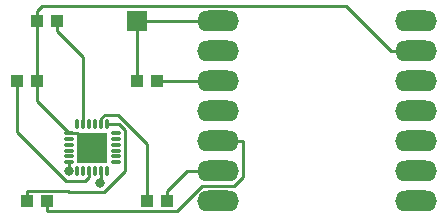
<source format=gbr>
%TF.GenerationSoftware,KiCad,Pcbnew,7.0.10*%
%TF.CreationDate,2024-01-29T17:08:50-08:00*%
%TF.ProjectId,FINAL_V1,46494e41-4c5f-4563-912e-6b696361645f,rev?*%
%TF.SameCoordinates,Original*%
%TF.FileFunction,Copper,L2,Bot*%
%TF.FilePolarity,Positive*%
%FSLAX46Y46*%
G04 Gerber Fmt 4.6, Leading zero omitted, Abs format (unit mm)*
G04 Created by KiCad (PCBNEW 7.0.10) date 2024-01-29 17:08:50*
%MOMM*%
%LPD*%
G01*
G04 APERTURE LIST*
G04 Aperture macros list*
%AMRoundRect*
0 Rectangle with rounded corners*
0 $1 Rounding radius*
0 $2 $3 $4 $5 $6 $7 $8 $9 X,Y pos of 4 corners*
0 Add a 4 corners polygon primitive as box body*
4,1,4,$2,$3,$4,$5,$6,$7,$8,$9,$2,$3,0*
0 Add four circle primitives for the rounded corners*
1,1,$1+$1,$2,$3*
1,1,$1+$1,$4,$5*
1,1,$1+$1,$6,$7*
1,1,$1+$1,$8,$9*
0 Add four rect primitives between the rounded corners*
20,1,$1+$1,$2,$3,$4,$5,0*
20,1,$1+$1,$4,$5,$6,$7,0*
20,1,$1+$1,$6,$7,$8,$9,0*
20,1,$1+$1,$8,$9,$2,$3,0*%
G04 Aperture macros list end*
%TA.AperFunction,ComponentPad*%
%ADD10O,3.556000X1.778000*%
%TD*%
%TA.AperFunction,SMDPad,CuDef*%
%ADD11R,1.075000X1.000000*%
%TD*%
%TA.AperFunction,SMDPad,CuDef*%
%ADD12RoundRect,0.070000X-0.330000X-0.070000X0.330000X-0.070000X0.330000X0.070000X-0.330000X0.070000X0*%
%TD*%
%TA.AperFunction,SMDPad,CuDef*%
%ADD13RoundRect,0.070000X0.070000X-0.330000X0.070000X0.330000X-0.070000X0.330000X-0.070000X-0.330000X0*%
%TD*%
%TA.AperFunction,SMDPad,CuDef*%
%ADD14RoundRect,0.070000X0.330000X0.070000X-0.330000X0.070000X-0.330000X-0.070000X0.330000X-0.070000X0*%
%TD*%
%TA.AperFunction,SMDPad,CuDef*%
%ADD15RoundRect,0.070000X-0.070000X0.330000X-0.070000X-0.330000X0.070000X-0.330000X0.070000X0.330000X0*%
%TD*%
%TA.AperFunction,SMDPad,CuDef*%
%ADD16R,2.500000X2.500000*%
%TD*%
%TA.AperFunction,ComponentPad*%
%ADD17R,1.700000X1.700000*%
%TD*%
%TA.AperFunction,ViaPad*%
%ADD18C,0.800000*%
%TD*%
%TA.AperFunction,Conductor*%
%ADD19C,0.279400*%
%TD*%
G04 APERTURE END LIST*
D10*
%TO.P,U2,1,GPIO1_A0_D0*%
%TO.N,Net-(U2-GPIO1_A0_D0)*%
X105918000Y-76200000D03*
%TO.P,U2,2,GPIO2_A1_D1*%
%TO.N,unconnected-(U2-GPIO2_A1_D1-Pad2)*%
X105918000Y-78740000D03*
%TO.P,U2,3,GPIO3_A2_D2*%
%TO.N,Net-(U2-GPIO3_A2_D2)*%
X105918000Y-81280000D03*
%TO.P,U2,4,GPIO4_A3_D3*%
%TO.N,unconnected-(U2-GPIO4_A3_D3-Pad4)*%
X105918000Y-83820000D03*
%TO.P,U2,5,GPIO4_A3_D3_SDA*%
%TO.N,Net-(U2-GPIO4_A3_D3_SDA)*%
X105918000Y-86360000D03*
%TO.P,U2,6,GPIO6_A5_D5_SCL*%
%TO.N,Net-(U2-GPIO6_A5_D5_SCL)*%
X105918000Y-88900000D03*
%TO.P,U2,7,GPIO43_TX_D6*%
%TO.N,unconnected-(U2-GPIO43_TX_D6-Pad7)*%
X105918000Y-91440000D03*
%TO.P,U2,8,5V*%
%TO.N,unconnected-(U2-5V-Pad8)*%
X122682000Y-76200000D03*
%TO.P,U2,9,GND*%
%TO.N,GND*%
X122682000Y-78740000D03*
%TO.P,U2,10,3V3*%
%TO.N,3.3V*%
X122682000Y-81280000D03*
%TO.P,U2,11,GPIO9_A10_D10_COPI*%
%TO.N,unconnected-(U2-GPIO9_A10_D10_COPI-Pad11)*%
X122682000Y-83820000D03*
%TO.P,U2,12,GPIO8_A9_D9_CIPO*%
%TO.N,unconnected-(U2-GPIO8_A9_D9_CIPO-Pad12)*%
X122682000Y-86360000D03*
%TO.P,U2,13,GPIO7_A8_D8_SCK*%
%TO.N,unconnected-(U2-GPIO7_A8_D8_SCK-Pad13)*%
X122682000Y-88900000D03*
%TO.P,U2,14,GPIO44_D7_RX*%
%TO.N,unconnected-(U2-GPIO44_D7_RX-Pad14)*%
X122682000Y-91440000D03*
%TD*%
D11*
%TO.P,R1,1,1*%
%TO.N,/SDA_3V*%
X89740000Y-91440000D03*
%TO.P,R1,2,2*%
%TO.N,Net-(U2-GPIO4_A3_D3_SDA)*%
X91440000Y-91440000D03*
%TD*%
%TO.P,C2,1,1*%
%TO.N,/CPOUT*%
X92290000Y-76200000D03*
%TO.P,C2,2,2*%
%TO.N,GND*%
X90590000Y-76200000D03*
%TD*%
D12*
%TO.P,U1,1,CLKIN*%
%TO.N,/CLKIN*%
X97270000Y-85650000D03*
%TO.P,U1,2*%
%TO.N,N/C*%
X97270000Y-86150000D03*
%TO.P,U1,3*%
X97270000Y-86650000D03*
%TO.P,U1,4*%
X97270000Y-87150000D03*
%TO.P,U1,5*%
X97270000Y-87650000D03*
%TO.P,U1,6,AUX_DA*%
%TO.N,/SDA_EXT*%
X97270000Y-88150000D03*
D13*
%TO.P,U1,7,AUX_CL*%
%TO.N,/SCL_EXT*%
X96520000Y-88900000D03*
%TO.P,U1,8,VLOGIC*%
%TO.N,3.3V*%
X96020000Y-88900000D03*
%TO.P,U1,9,AD0*%
%TO.N,/AD0*%
X95520000Y-88900000D03*
%TO.P,U1,10,REGOUT*%
%TO.N,/REGOUT*%
X95020000Y-88900000D03*
%TO.P,U1,11,FSYNC*%
%TO.N,/FSYNC_IN*%
X94520000Y-88900000D03*
%TO.P,U1,12,INT*%
%TO.N,/INT*%
X94020000Y-88900000D03*
D14*
%TO.P,U1,13,VDD*%
%TO.N,3.3V*%
X93270000Y-88150000D03*
%TO.P,U1,14*%
%TO.N,N/C*%
X93270000Y-87650000D03*
%TO.P,U1,15*%
X93270000Y-87150000D03*
%TO.P,U1,16*%
X93270000Y-86650000D03*
%TO.P,U1,17*%
X93270000Y-86150000D03*
%TO.P,U1,18,GND*%
%TO.N,GND*%
X93270000Y-85650000D03*
D15*
%TO.P,U1,19,RSVD@1*%
%TO.N,unconnected-(U1-RSVD@1-Pad19)*%
X94020000Y-84900000D03*
%TO.P,U1,20,CPOUT*%
%TO.N,/CPOUT*%
X94520000Y-84900000D03*
%TO.P,U1,21,RSVD@2*%
%TO.N,unconnected-(U1-RSVD@2-Pad21)*%
X95020000Y-84900000D03*
%TO.P,U1,22,RSVD@3*%
%TO.N,unconnected-(U1-RSVD@3-Pad22)*%
X95520000Y-84900000D03*
%TO.P,U1,23,SCL*%
%TO.N,/SCL_3V*%
X96020000Y-84900000D03*
%TO.P,U1,24,SDA*%
%TO.N,/SDA_3V*%
X96520000Y-84900000D03*
D16*
%TO.P,U1,THERM,THERMAL*%
%TO.N,GND*%
X95270000Y-86900000D03*
%TD*%
D11*
%TO.P,C1,1,1*%
%TO.N,/REGOUT*%
X88900000Y-81280000D03*
%TO.P,C1,2,2*%
%TO.N,GND*%
X90600000Y-81280000D03*
%TD*%
%TO.P,R3,1,1*%
%TO.N,Net-(U2-GPIO1_A0_D0)*%
X99060000Y-81280000D03*
%TO.P,R3,2,2*%
%TO.N,Net-(U2-GPIO3_A2_D2)*%
X100760000Y-81280000D03*
%TD*%
%TO.P,R2,1,1*%
%TO.N,/SCL_3V*%
X99900000Y-91440000D03*
%TO.P,R2,2,2*%
%TO.N,Net-(U2-GPIO6_A5_D5_SCL)*%
X101600000Y-91440000D03*
%TD*%
D17*
%TO.P,TP1,1,1*%
%TO.N,Net-(U2-GPIO1_A0_D0)*%
X99060000Y-76200000D03*
%TD*%
D18*
%TO.N,3.3V*%
X93270000Y-88920400D03*
X95957300Y-89912800D03*
%TD*%
D19*
%TO.N,/REGOUT*%
X94682800Y-89742500D02*
X95020000Y-89405300D01*
X93037200Y-89742500D02*
X94682800Y-89742500D01*
X88900000Y-85605300D02*
X93037200Y-89742500D01*
X95020000Y-89405300D02*
X95020000Y-88900000D01*
X88900000Y-81280000D02*
X88900000Y-85605300D01*
%TO.N,GND*%
X116751300Y-74928900D02*
X120562400Y-78740000D01*
X91019500Y-74928900D02*
X116751300Y-74928900D01*
X90600000Y-81280000D02*
X90600000Y-77051600D01*
X90600000Y-77051600D02*
X90590000Y-77041600D01*
X90590000Y-76200000D02*
X90590000Y-75358400D01*
X93270000Y-85650000D02*
X94020000Y-85650000D01*
X90600000Y-82980000D02*
X90600000Y-81280000D01*
X121920000Y-78740000D02*
X120562400Y-78740000D01*
X90590000Y-76200000D02*
X90590000Y-77041600D01*
X93270000Y-85650000D02*
X90600000Y-82980000D01*
X90590000Y-75358400D02*
X91019500Y-74928900D01*
X94020000Y-85650000D02*
X95270000Y-86900000D01*
%TO.N,/CPOUT*%
X92290000Y-76200000D02*
X92290000Y-77041600D01*
X92290000Y-77041600D02*
X94520000Y-79271600D01*
X94520000Y-79271600D02*
X94520000Y-84900000D01*
%TO.N,Net-(U2-GPIO1_A0_D0)*%
X99060000Y-76200000D02*
X106680000Y-76200000D01*
X99060000Y-81280000D02*
X99060000Y-76200000D01*
%TO.N,Net-(U2-GPIO3_A2_D2)*%
X106680000Y-81280000D02*
X100760000Y-81280000D01*
%TO.N,3.3V*%
X96020000Y-89850100D02*
X95957300Y-89912800D01*
X93270000Y-88920400D02*
X93270000Y-88150000D01*
X96020000Y-88900000D02*
X96020000Y-89850100D01*
%TO.N,/SCL_3V*%
X99900000Y-91440000D02*
X99900000Y-90598400D01*
X96020000Y-84410100D02*
X96020000Y-84900000D01*
X96315400Y-84114700D02*
X96020000Y-84410100D01*
X97435600Y-84114700D02*
X96315400Y-84114700D01*
X99900000Y-86579100D02*
X97435600Y-84114700D01*
X99900000Y-90598400D02*
X99900000Y-86579100D01*
%TO.N,/SDA_3V*%
X96260300Y-90667400D02*
X93283600Y-90667400D01*
X89740000Y-91440000D02*
X89740000Y-90598400D01*
X96520000Y-84900000D02*
X97502500Y-84900000D01*
X98041500Y-88886200D02*
X96260300Y-90667400D01*
X98041500Y-85439000D02*
X98041500Y-88886200D01*
X93283600Y-90667400D02*
X93214600Y-90598400D01*
X97502500Y-84900000D02*
X98041500Y-85439000D01*
X93214600Y-90598400D02*
X89740000Y-90598400D01*
%TO.N,Net-(U2-GPIO4_A3_D3_SDA)*%
X91440000Y-91440000D02*
X91440000Y-92281600D01*
X102423800Y-92281600D02*
X91440000Y-92281600D01*
X107283500Y-90170000D02*
X104535400Y-90170000D01*
X106680000Y-86360000D02*
X108037600Y-86360000D01*
X108037600Y-86360000D02*
X108037600Y-89415900D01*
X104535400Y-90170000D02*
X102423800Y-92281600D01*
X108037600Y-89415900D02*
X107283500Y-90170000D01*
%TO.N,Net-(U2-GPIO6_A5_D5_SCL)*%
X103298400Y-88900000D02*
X106680000Y-88900000D01*
X101600000Y-90598400D02*
X103298400Y-88900000D01*
X101600000Y-91440000D02*
X101600000Y-90598400D01*
%TD*%
M02*

</source>
